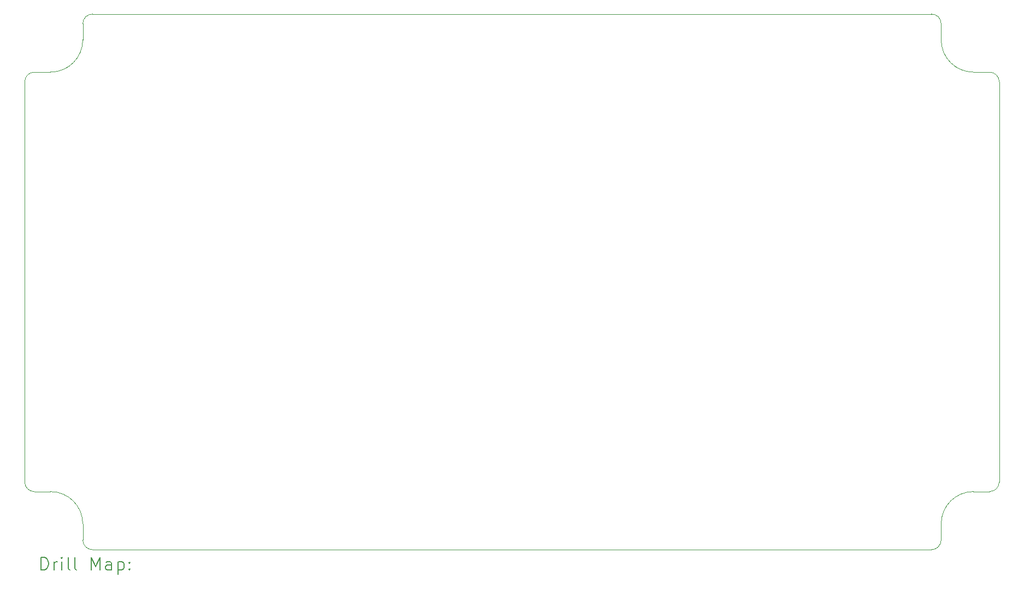
<source format=gbr>
%FSLAX45Y45*%
G04 Gerber Fmt 4.5, Leading zero omitted, Abs format (unit mm)*
G04 Created by KiCad (PCBNEW (6.0.2)) date 2022-08-07 22:21:47*
%MOMM*%
%LPD*%
G01*
G04 APERTURE LIST*
%TA.AperFunction,Profile*%
%ADD10C,0.100000*%
%TD*%
%ADD11C,0.200000*%
G04 APERTURE END LIST*
D10*
X2844000Y-10100000D02*
X2844000Y-3900000D01*
X16894000Y-11150000D02*
X3894000Y-11150000D01*
X3744000Y-11000000D02*
X3744000Y-10750000D01*
X3894000Y-2850000D02*
G75*
G03*
X3744000Y-3000000I0J-150000D01*
G01*
X17044000Y-10750000D02*
X17044000Y-11000000D01*
X17044000Y-3250000D02*
G75*
G03*
X17544000Y-3750000I500000J0D01*
G01*
X17544000Y-10250000D02*
G75*
G03*
X17044000Y-10750000I0J-500000D01*
G01*
X3744000Y-3000000D02*
X3744000Y-3250000D01*
X3244000Y-3750000D02*
G75*
G03*
X3744000Y-3250000I0J500000D01*
G01*
X2994000Y-3750000D02*
G75*
G03*
X2844000Y-3900000I0J-150000D01*
G01*
X17044000Y-3000000D02*
G75*
G03*
X16894000Y-2850000I-150000J0D01*
G01*
X3894000Y-2850000D02*
X16894000Y-2850000D01*
X17794000Y-10250000D02*
G75*
G03*
X17944000Y-10100000I0J150000D01*
G01*
X17544000Y-3750000D02*
X17794000Y-3750000D01*
X17794000Y-10250000D02*
X17544000Y-10250000D01*
X3744000Y-10750000D02*
G75*
G03*
X3244000Y-10250000I-500000J0D01*
G01*
X2844000Y-10100000D02*
G75*
G03*
X2994000Y-10250000I150000J0D01*
G01*
X17944000Y-3900000D02*
X17944000Y-10100000D01*
X3744000Y-11000000D02*
G75*
G03*
X3894000Y-11150000I150000J0D01*
G01*
X17944000Y-3900000D02*
G75*
G03*
X17794000Y-3750000I-150000J0D01*
G01*
X2994000Y-3750000D02*
X3244000Y-3750000D01*
X16894000Y-11150000D02*
G75*
G03*
X17044000Y-11000000I0J150000D01*
G01*
X2994000Y-10250000D02*
X3244000Y-10250000D01*
X17044000Y-3000000D02*
X17044000Y-3250000D01*
D11*
X3096619Y-11465476D02*
X3096619Y-11265476D01*
X3144238Y-11265476D01*
X3172809Y-11275000D01*
X3191857Y-11294048D01*
X3201381Y-11313095D01*
X3210905Y-11351190D01*
X3210905Y-11379762D01*
X3201381Y-11417857D01*
X3191857Y-11436905D01*
X3172809Y-11455952D01*
X3144238Y-11465476D01*
X3096619Y-11465476D01*
X3296619Y-11465476D02*
X3296619Y-11332143D01*
X3296619Y-11370238D02*
X3306143Y-11351190D01*
X3315667Y-11341667D01*
X3334714Y-11332143D01*
X3353762Y-11332143D01*
X3420428Y-11465476D02*
X3420428Y-11332143D01*
X3420428Y-11265476D02*
X3410905Y-11275000D01*
X3420428Y-11284524D01*
X3429952Y-11275000D01*
X3420428Y-11265476D01*
X3420428Y-11284524D01*
X3544238Y-11465476D02*
X3525190Y-11455952D01*
X3515667Y-11436905D01*
X3515667Y-11265476D01*
X3649000Y-11465476D02*
X3629952Y-11455952D01*
X3620428Y-11436905D01*
X3620428Y-11265476D01*
X3877571Y-11465476D02*
X3877571Y-11265476D01*
X3944238Y-11408333D01*
X4010905Y-11265476D01*
X4010905Y-11465476D01*
X4191857Y-11465476D02*
X4191857Y-11360714D01*
X4182333Y-11341667D01*
X4163286Y-11332143D01*
X4125190Y-11332143D01*
X4106143Y-11341667D01*
X4191857Y-11455952D02*
X4172809Y-11465476D01*
X4125190Y-11465476D01*
X4106143Y-11455952D01*
X4096619Y-11436905D01*
X4096619Y-11417857D01*
X4106143Y-11398809D01*
X4125190Y-11389286D01*
X4172809Y-11389286D01*
X4191857Y-11379762D01*
X4287095Y-11332143D02*
X4287095Y-11532143D01*
X4287095Y-11341667D02*
X4306143Y-11332143D01*
X4344238Y-11332143D01*
X4363286Y-11341667D01*
X4372810Y-11351190D01*
X4382333Y-11370238D01*
X4382333Y-11427381D01*
X4372810Y-11446428D01*
X4363286Y-11455952D01*
X4344238Y-11465476D01*
X4306143Y-11465476D01*
X4287095Y-11455952D01*
X4468048Y-11446428D02*
X4477571Y-11455952D01*
X4468048Y-11465476D01*
X4458524Y-11455952D01*
X4468048Y-11446428D01*
X4468048Y-11465476D01*
X4468048Y-11341667D02*
X4477571Y-11351190D01*
X4468048Y-11360714D01*
X4458524Y-11351190D01*
X4468048Y-11341667D01*
X4468048Y-11360714D01*
M02*

</source>
